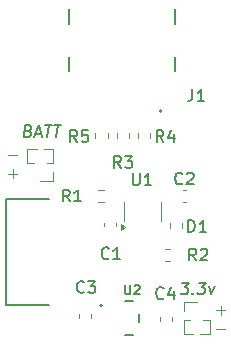
<source format=gbr>
%TF.GenerationSoftware,KiCad,Pcbnew,8.0.1*%
%TF.CreationDate,2024-04-18T20:24:50-07:00*%
%TF.ProjectId,Battery Tester,42617474-6572-4792-9054-65737465722e,rev?*%
%TF.SameCoordinates,Original*%
%TF.FileFunction,Legend,Top*%
%TF.FilePolarity,Positive*%
%FSLAX46Y46*%
G04 Gerber Fmt 4.6, Leading zero omitted, Abs format (unit mm)*
G04 Created by KiCad (PCBNEW 8.0.1) date 2024-04-18 20:24:50*
%MOMM*%
%LPD*%
G01*
G04 APERTURE LIST*
%ADD10C,0.100000*%
%ADD11C,0.150000*%
%ADD12C,0.200000*%
%ADD13C,0.127000*%
%ADD14C,0.120000*%
G04 APERTURE END LIST*
D10*
X140303884Y-102606522D02*
X141065789Y-102606522D01*
X140303884Y-104216466D02*
X141065789Y-104216466D01*
X140684836Y-104597419D02*
X140684836Y-103835514D01*
X158696115Y-117368477D02*
X157934211Y-117368477D01*
X158696115Y-115758533D02*
X157934211Y-115758533D01*
X158315163Y-115377580D02*
X158315163Y-116139485D01*
D11*
X155561905Y-109154819D02*
X155561905Y-108154819D01*
X155561905Y-108154819D02*
X155800000Y-108154819D01*
X155800000Y-108154819D02*
X155942857Y-108202438D01*
X155942857Y-108202438D02*
X156038095Y-108297676D01*
X156038095Y-108297676D02*
X156085714Y-108392914D01*
X156085714Y-108392914D02*
X156133333Y-108583390D01*
X156133333Y-108583390D02*
X156133333Y-108726247D01*
X156133333Y-108726247D02*
X156085714Y-108916723D01*
X156085714Y-108916723D02*
X156038095Y-109011961D01*
X156038095Y-109011961D02*
X155942857Y-109107200D01*
X155942857Y-109107200D02*
X155800000Y-109154819D01*
X155800000Y-109154819D02*
X155561905Y-109154819D01*
X157085714Y-109154819D02*
X156514286Y-109154819D01*
X156800000Y-109154819D02*
X156800000Y-108154819D01*
X156800000Y-108154819D02*
X156704762Y-108297676D01*
X156704762Y-108297676D02*
X156609524Y-108392914D01*
X156609524Y-108392914D02*
X156514286Y-108440533D01*
X146158333Y-101529819D02*
X145825000Y-101053628D01*
X145586905Y-101529819D02*
X145586905Y-100529819D01*
X145586905Y-100529819D02*
X145967857Y-100529819D01*
X145967857Y-100529819D02*
X146063095Y-100577438D01*
X146063095Y-100577438D02*
X146110714Y-100625057D01*
X146110714Y-100625057D02*
X146158333Y-100720295D01*
X146158333Y-100720295D02*
X146158333Y-100863152D01*
X146158333Y-100863152D02*
X146110714Y-100958390D01*
X146110714Y-100958390D02*
X146063095Y-101006009D01*
X146063095Y-101006009D02*
X145967857Y-101053628D01*
X145967857Y-101053628D02*
X145586905Y-101053628D01*
X147063095Y-100529819D02*
X146586905Y-100529819D01*
X146586905Y-100529819D02*
X146539286Y-101006009D01*
X146539286Y-101006009D02*
X146586905Y-100958390D01*
X146586905Y-100958390D02*
X146682143Y-100910771D01*
X146682143Y-100910771D02*
X146920238Y-100910771D01*
X146920238Y-100910771D02*
X147015476Y-100958390D01*
X147015476Y-100958390D02*
X147063095Y-101006009D01*
X147063095Y-101006009D02*
X147110714Y-101101247D01*
X147110714Y-101101247D02*
X147110714Y-101339342D01*
X147110714Y-101339342D02*
X147063095Y-101434580D01*
X147063095Y-101434580D02*
X147015476Y-101482200D01*
X147015476Y-101482200D02*
X146920238Y-101529819D01*
X146920238Y-101529819D02*
X146682143Y-101529819D01*
X146682143Y-101529819D02*
X146586905Y-101482200D01*
X146586905Y-101482200D02*
X146539286Y-101434580D01*
X150210476Y-113637295D02*
X150210476Y-114284914D01*
X150210476Y-114284914D02*
X150248571Y-114361104D01*
X150248571Y-114361104D02*
X150286666Y-114399200D01*
X150286666Y-114399200D02*
X150362857Y-114437295D01*
X150362857Y-114437295D02*
X150515238Y-114437295D01*
X150515238Y-114437295D02*
X150591428Y-114399200D01*
X150591428Y-114399200D02*
X150629523Y-114361104D01*
X150629523Y-114361104D02*
X150667619Y-114284914D01*
X150667619Y-114284914D02*
X150667619Y-113637295D01*
X151010475Y-113713485D02*
X151048571Y-113675390D01*
X151048571Y-113675390D02*
X151124761Y-113637295D01*
X151124761Y-113637295D02*
X151315237Y-113637295D01*
X151315237Y-113637295D02*
X151391428Y-113675390D01*
X151391428Y-113675390D02*
X151429523Y-113713485D01*
X151429523Y-113713485D02*
X151467618Y-113789676D01*
X151467618Y-113789676D02*
X151467618Y-113865866D01*
X151467618Y-113865866D02*
X151429523Y-113980152D01*
X151429523Y-113980152D02*
X150972380Y-114437295D01*
X150972380Y-114437295D02*
X151467618Y-114437295D01*
X149858333Y-103729819D02*
X149525000Y-103253628D01*
X149286905Y-103729819D02*
X149286905Y-102729819D01*
X149286905Y-102729819D02*
X149667857Y-102729819D01*
X149667857Y-102729819D02*
X149763095Y-102777438D01*
X149763095Y-102777438D02*
X149810714Y-102825057D01*
X149810714Y-102825057D02*
X149858333Y-102920295D01*
X149858333Y-102920295D02*
X149858333Y-103063152D01*
X149858333Y-103063152D02*
X149810714Y-103158390D01*
X149810714Y-103158390D02*
X149763095Y-103206009D01*
X149763095Y-103206009D02*
X149667857Y-103253628D01*
X149667857Y-103253628D02*
X149286905Y-103253628D01*
X150191667Y-102729819D02*
X150810714Y-102729819D01*
X150810714Y-102729819D02*
X150477381Y-103110771D01*
X150477381Y-103110771D02*
X150620238Y-103110771D01*
X150620238Y-103110771D02*
X150715476Y-103158390D01*
X150715476Y-103158390D02*
X150763095Y-103206009D01*
X150763095Y-103206009D02*
X150810714Y-103301247D01*
X150810714Y-103301247D02*
X150810714Y-103539342D01*
X150810714Y-103539342D02*
X150763095Y-103634580D01*
X150763095Y-103634580D02*
X150715476Y-103682200D01*
X150715476Y-103682200D02*
X150620238Y-103729819D01*
X150620238Y-103729819D02*
X150334524Y-103729819D01*
X150334524Y-103729819D02*
X150239286Y-103682200D01*
X150239286Y-103682200D02*
X150191667Y-103634580D01*
X148833333Y-111359580D02*
X148785714Y-111407200D01*
X148785714Y-111407200D02*
X148642857Y-111454819D01*
X148642857Y-111454819D02*
X148547619Y-111454819D01*
X148547619Y-111454819D02*
X148404762Y-111407200D01*
X148404762Y-111407200D02*
X148309524Y-111311961D01*
X148309524Y-111311961D02*
X148261905Y-111216723D01*
X148261905Y-111216723D02*
X148214286Y-111026247D01*
X148214286Y-111026247D02*
X148214286Y-110883390D01*
X148214286Y-110883390D02*
X148261905Y-110692914D01*
X148261905Y-110692914D02*
X148309524Y-110597676D01*
X148309524Y-110597676D02*
X148404762Y-110502438D01*
X148404762Y-110502438D02*
X148547619Y-110454819D01*
X148547619Y-110454819D02*
X148642857Y-110454819D01*
X148642857Y-110454819D02*
X148785714Y-110502438D01*
X148785714Y-110502438D02*
X148833333Y-110550057D01*
X149785714Y-111454819D02*
X149214286Y-111454819D01*
X149500000Y-111454819D02*
X149500000Y-110454819D01*
X149500000Y-110454819D02*
X149404762Y-110597676D01*
X149404762Y-110597676D02*
X149309524Y-110692914D01*
X149309524Y-110692914D02*
X149214286Y-110740533D01*
D12*
X155015476Y-113427219D02*
X155634524Y-113427219D01*
X155634524Y-113427219D02*
X155253572Y-113808171D01*
X155253572Y-113808171D02*
X155396429Y-113808171D01*
X155396429Y-113808171D02*
X155485714Y-113855790D01*
X155485714Y-113855790D02*
X155527381Y-113903409D01*
X155527381Y-113903409D02*
X155563095Y-113998647D01*
X155563095Y-113998647D02*
X155533333Y-114236742D01*
X155533333Y-114236742D02*
X155473810Y-114331980D01*
X155473810Y-114331980D02*
X155420238Y-114379600D01*
X155420238Y-114379600D02*
X155319048Y-114427219D01*
X155319048Y-114427219D02*
X155033333Y-114427219D01*
X155033333Y-114427219D02*
X154944048Y-114379600D01*
X154944048Y-114379600D02*
X154902381Y-114331980D01*
X155950000Y-114331980D02*
X155991667Y-114379600D01*
X155991667Y-114379600D02*
X155938095Y-114427219D01*
X155938095Y-114427219D02*
X155896429Y-114379600D01*
X155896429Y-114379600D02*
X155950000Y-114331980D01*
X155950000Y-114331980D02*
X155938095Y-114427219D01*
X156444047Y-113427219D02*
X157063095Y-113427219D01*
X157063095Y-113427219D02*
X156682143Y-113808171D01*
X156682143Y-113808171D02*
X156825000Y-113808171D01*
X156825000Y-113808171D02*
X156914285Y-113855790D01*
X156914285Y-113855790D02*
X156955952Y-113903409D01*
X156955952Y-113903409D02*
X156991666Y-113998647D01*
X156991666Y-113998647D02*
X156961904Y-114236742D01*
X156961904Y-114236742D02*
X156902381Y-114331980D01*
X156902381Y-114331980D02*
X156848809Y-114379600D01*
X156848809Y-114379600D02*
X156747619Y-114427219D01*
X156747619Y-114427219D02*
X156461904Y-114427219D01*
X156461904Y-114427219D02*
X156372619Y-114379600D01*
X156372619Y-114379600D02*
X156330952Y-114331980D01*
X157354762Y-113760552D02*
X157509524Y-114427219D01*
X157509524Y-114427219D02*
X157830952Y-113760552D01*
D11*
X155058333Y-105029580D02*
X155010714Y-105077200D01*
X155010714Y-105077200D02*
X154867857Y-105124819D01*
X154867857Y-105124819D02*
X154772619Y-105124819D01*
X154772619Y-105124819D02*
X154629762Y-105077200D01*
X154629762Y-105077200D02*
X154534524Y-104981961D01*
X154534524Y-104981961D02*
X154486905Y-104886723D01*
X154486905Y-104886723D02*
X154439286Y-104696247D01*
X154439286Y-104696247D02*
X154439286Y-104553390D01*
X154439286Y-104553390D02*
X154486905Y-104362914D01*
X154486905Y-104362914D02*
X154534524Y-104267676D01*
X154534524Y-104267676D02*
X154629762Y-104172438D01*
X154629762Y-104172438D02*
X154772619Y-104124819D01*
X154772619Y-104124819D02*
X154867857Y-104124819D01*
X154867857Y-104124819D02*
X155010714Y-104172438D01*
X155010714Y-104172438D02*
X155058333Y-104220057D01*
X155439286Y-104220057D02*
X155486905Y-104172438D01*
X155486905Y-104172438D02*
X155582143Y-104124819D01*
X155582143Y-104124819D02*
X155820238Y-104124819D01*
X155820238Y-104124819D02*
X155915476Y-104172438D01*
X155915476Y-104172438D02*
X155963095Y-104220057D01*
X155963095Y-104220057D02*
X156010714Y-104315295D01*
X156010714Y-104315295D02*
X156010714Y-104410533D01*
X156010714Y-104410533D02*
X155963095Y-104553390D01*
X155963095Y-104553390D02*
X155391667Y-105124819D01*
X155391667Y-105124819D02*
X156010714Y-105124819D01*
X155916666Y-97054819D02*
X155916666Y-97769104D01*
X155916666Y-97769104D02*
X155869047Y-97911961D01*
X155869047Y-97911961D02*
X155773809Y-98007200D01*
X155773809Y-98007200D02*
X155630952Y-98054819D01*
X155630952Y-98054819D02*
X155535714Y-98054819D01*
X156916666Y-98054819D02*
X156345238Y-98054819D01*
X156630952Y-98054819D02*
X156630952Y-97054819D01*
X156630952Y-97054819D02*
X156535714Y-97197676D01*
X156535714Y-97197676D02*
X156440476Y-97292914D01*
X156440476Y-97292914D02*
X156345238Y-97340533D01*
X156233333Y-111554819D02*
X155900000Y-111078628D01*
X155661905Y-111554819D02*
X155661905Y-110554819D01*
X155661905Y-110554819D02*
X156042857Y-110554819D01*
X156042857Y-110554819D02*
X156138095Y-110602438D01*
X156138095Y-110602438D02*
X156185714Y-110650057D01*
X156185714Y-110650057D02*
X156233333Y-110745295D01*
X156233333Y-110745295D02*
X156233333Y-110888152D01*
X156233333Y-110888152D02*
X156185714Y-110983390D01*
X156185714Y-110983390D02*
X156138095Y-111031009D01*
X156138095Y-111031009D02*
X156042857Y-111078628D01*
X156042857Y-111078628D02*
X155661905Y-111078628D01*
X156614286Y-110650057D02*
X156661905Y-110602438D01*
X156661905Y-110602438D02*
X156757143Y-110554819D01*
X156757143Y-110554819D02*
X156995238Y-110554819D01*
X156995238Y-110554819D02*
X157090476Y-110602438D01*
X157090476Y-110602438D02*
X157138095Y-110650057D01*
X157138095Y-110650057D02*
X157185714Y-110745295D01*
X157185714Y-110745295D02*
X157185714Y-110840533D01*
X157185714Y-110840533D02*
X157138095Y-110983390D01*
X157138095Y-110983390D02*
X156566667Y-111554819D01*
X156566667Y-111554819D02*
X157185714Y-111554819D01*
X150863095Y-104179819D02*
X150863095Y-104989342D01*
X150863095Y-104989342D02*
X150910714Y-105084580D01*
X150910714Y-105084580D02*
X150958333Y-105132200D01*
X150958333Y-105132200D02*
X151053571Y-105179819D01*
X151053571Y-105179819D02*
X151244047Y-105179819D01*
X151244047Y-105179819D02*
X151339285Y-105132200D01*
X151339285Y-105132200D02*
X151386904Y-105084580D01*
X151386904Y-105084580D02*
X151434523Y-104989342D01*
X151434523Y-104989342D02*
X151434523Y-104179819D01*
X152434523Y-105179819D02*
X151863095Y-105179819D01*
X152148809Y-105179819D02*
X152148809Y-104179819D01*
X152148809Y-104179819D02*
X152053571Y-104322676D01*
X152053571Y-104322676D02*
X151958333Y-104417914D01*
X151958333Y-104417914D02*
X151863095Y-104465533D01*
X145533333Y-106554819D02*
X145200000Y-106078628D01*
X144961905Y-106554819D02*
X144961905Y-105554819D01*
X144961905Y-105554819D02*
X145342857Y-105554819D01*
X145342857Y-105554819D02*
X145438095Y-105602438D01*
X145438095Y-105602438D02*
X145485714Y-105650057D01*
X145485714Y-105650057D02*
X145533333Y-105745295D01*
X145533333Y-105745295D02*
X145533333Y-105888152D01*
X145533333Y-105888152D02*
X145485714Y-105983390D01*
X145485714Y-105983390D02*
X145438095Y-106031009D01*
X145438095Y-106031009D02*
X145342857Y-106078628D01*
X145342857Y-106078628D02*
X144961905Y-106078628D01*
X146485714Y-106554819D02*
X145914286Y-106554819D01*
X146200000Y-106554819D02*
X146200000Y-105554819D01*
X146200000Y-105554819D02*
X146104762Y-105697676D01*
X146104762Y-105697676D02*
X146009524Y-105792914D01*
X146009524Y-105792914D02*
X145914286Y-105840533D01*
X153458333Y-101529819D02*
X153125000Y-101053628D01*
X152886905Y-101529819D02*
X152886905Y-100529819D01*
X152886905Y-100529819D02*
X153267857Y-100529819D01*
X153267857Y-100529819D02*
X153363095Y-100577438D01*
X153363095Y-100577438D02*
X153410714Y-100625057D01*
X153410714Y-100625057D02*
X153458333Y-100720295D01*
X153458333Y-100720295D02*
X153458333Y-100863152D01*
X153458333Y-100863152D02*
X153410714Y-100958390D01*
X153410714Y-100958390D02*
X153363095Y-101006009D01*
X153363095Y-101006009D02*
X153267857Y-101053628D01*
X153267857Y-101053628D02*
X152886905Y-101053628D01*
X154315476Y-100863152D02*
X154315476Y-101529819D01*
X154077381Y-100482200D02*
X153839286Y-101196485D01*
X153839286Y-101196485D02*
X154458333Y-101196485D01*
X153463333Y-114734580D02*
X153415714Y-114782200D01*
X153415714Y-114782200D02*
X153272857Y-114829819D01*
X153272857Y-114829819D02*
X153177619Y-114829819D01*
X153177619Y-114829819D02*
X153034762Y-114782200D01*
X153034762Y-114782200D02*
X152939524Y-114686961D01*
X152939524Y-114686961D02*
X152891905Y-114591723D01*
X152891905Y-114591723D02*
X152844286Y-114401247D01*
X152844286Y-114401247D02*
X152844286Y-114258390D01*
X152844286Y-114258390D02*
X152891905Y-114067914D01*
X152891905Y-114067914D02*
X152939524Y-113972676D01*
X152939524Y-113972676D02*
X153034762Y-113877438D01*
X153034762Y-113877438D02*
X153177619Y-113829819D01*
X153177619Y-113829819D02*
X153272857Y-113829819D01*
X153272857Y-113829819D02*
X153415714Y-113877438D01*
X153415714Y-113877438D02*
X153463333Y-113925057D01*
X154320476Y-114163152D02*
X154320476Y-114829819D01*
X154082381Y-113782200D02*
X153844286Y-114496485D01*
X153844286Y-114496485D02*
X154463333Y-114496485D01*
D12*
X142015476Y-100603409D02*
X142152381Y-100651028D01*
X142152381Y-100651028D02*
X142194047Y-100698647D01*
X142194047Y-100698647D02*
X142229762Y-100793885D01*
X142229762Y-100793885D02*
X142211904Y-100936742D01*
X142211904Y-100936742D02*
X142152381Y-101031980D01*
X142152381Y-101031980D02*
X142098809Y-101079600D01*
X142098809Y-101079600D02*
X141997619Y-101127219D01*
X141997619Y-101127219D02*
X141616666Y-101127219D01*
X141616666Y-101127219D02*
X141741666Y-100127219D01*
X141741666Y-100127219D02*
X142075000Y-100127219D01*
X142075000Y-100127219D02*
X142164285Y-100174838D01*
X142164285Y-100174838D02*
X142205952Y-100222457D01*
X142205952Y-100222457D02*
X142241666Y-100317695D01*
X142241666Y-100317695D02*
X142229762Y-100412933D01*
X142229762Y-100412933D02*
X142170238Y-100508171D01*
X142170238Y-100508171D02*
X142116666Y-100555790D01*
X142116666Y-100555790D02*
X142015476Y-100603409D01*
X142015476Y-100603409D02*
X141682143Y-100603409D01*
X142604762Y-100841504D02*
X143080952Y-100841504D01*
X142473809Y-101127219D02*
X142932143Y-100127219D01*
X142932143Y-100127219D02*
X143140476Y-101127219D01*
X143455952Y-100127219D02*
X144027381Y-100127219D01*
X143616667Y-101127219D02*
X143741667Y-100127219D01*
X144217857Y-100127219D02*
X144789286Y-100127219D01*
X144378572Y-101127219D02*
X144503572Y-100127219D01*
D11*
X146733333Y-114209580D02*
X146685714Y-114257200D01*
X146685714Y-114257200D02*
X146542857Y-114304819D01*
X146542857Y-114304819D02*
X146447619Y-114304819D01*
X146447619Y-114304819D02*
X146304762Y-114257200D01*
X146304762Y-114257200D02*
X146209524Y-114161961D01*
X146209524Y-114161961D02*
X146161905Y-114066723D01*
X146161905Y-114066723D02*
X146114286Y-113876247D01*
X146114286Y-113876247D02*
X146114286Y-113733390D01*
X146114286Y-113733390D02*
X146161905Y-113542914D01*
X146161905Y-113542914D02*
X146209524Y-113447676D01*
X146209524Y-113447676D02*
X146304762Y-113352438D01*
X146304762Y-113352438D02*
X146447619Y-113304819D01*
X146447619Y-113304819D02*
X146542857Y-113304819D01*
X146542857Y-113304819D02*
X146685714Y-113352438D01*
X146685714Y-113352438D02*
X146733333Y-113400057D01*
X147066667Y-113304819D02*
X147685714Y-113304819D01*
X147685714Y-113304819D02*
X147352381Y-113685771D01*
X147352381Y-113685771D02*
X147495238Y-113685771D01*
X147495238Y-113685771D02*
X147590476Y-113733390D01*
X147590476Y-113733390D02*
X147638095Y-113781009D01*
X147638095Y-113781009D02*
X147685714Y-113876247D01*
X147685714Y-113876247D02*
X147685714Y-114114342D01*
X147685714Y-114114342D02*
X147638095Y-114209580D01*
X147638095Y-114209580D02*
X147590476Y-114257200D01*
X147590476Y-114257200D02*
X147495238Y-114304819D01*
X147495238Y-114304819D02*
X147209524Y-114304819D01*
X147209524Y-114304819D02*
X147114286Y-114257200D01*
X147114286Y-114257200D02*
X147066667Y-114209580D01*
D13*
%TO.C,SW1*%
X140150000Y-106325000D02*
X140150000Y-115325000D01*
X143750000Y-106325000D02*
X140150000Y-106325000D01*
X143750000Y-115325000D02*
X140150000Y-115325000D01*
D14*
%TO.C,D1*%
X153977500Y-108837258D02*
X153977500Y-108362742D01*
X155022500Y-108837258D02*
X155022500Y-108362742D01*
%TO.C,R5*%
X147702500Y-100737742D02*
X147702500Y-101212258D01*
X148747500Y-100737742D02*
X148747500Y-101212258D01*
D13*
%TO.C,U2*%
X150245000Y-114975000D02*
X150905000Y-114975000D01*
X150905000Y-117875000D02*
X150245000Y-117875000D01*
X151375000Y-116090000D02*
X151375000Y-116760000D01*
D12*
X148265000Y-115375000D02*
G75*
G02*
X148065000Y-115375000I-100000J0D01*
G01*
X148065000Y-115375000D02*
G75*
G02*
X148265000Y-115375000I100000J0D01*
G01*
D14*
%TO.C,R3*%
X149502500Y-100737742D02*
X149502500Y-101212258D01*
X150547500Y-100737742D02*
X150547500Y-101212258D01*
%TO.C,C1*%
X148390000Y-108640580D02*
X148390000Y-108359420D01*
X149410000Y-108640580D02*
X149410000Y-108359420D01*
%TO.C,3.3v*%
X155165000Y-115090000D02*
X156275000Y-115090000D01*
X155165000Y-115850000D02*
X155165000Y-115090000D01*
X155165000Y-116610000D02*
X155165000Y-117815000D01*
X155165000Y-116610000D02*
X155711529Y-116610000D01*
X155165000Y-117815000D02*
X155967470Y-117815000D01*
X156582530Y-117815000D02*
X157385000Y-117815000D01*
X156838471Y-116610000D02*
X157385000Y-116610000D01*
X157385000Y-116610000D02*
X157385000Y-117815000D01*
%TO.C,C2*%
X155084420Y-105590000D02*
X155365580Y-105590000D01*
X155084420Y-106610000D02*
X155365580Y-106610000D01*
D12*
%TO.C,J1*%
X145480000Y-90300000D02*
X145480000Y-91580000D01*
X145480000Y-95550000D02*
X145480000Y-94300000D01*
X154420000Y-91580000D02*
X154420000Y-90300000D01*
X154420000Y-95550000D02*
X154420000Y-94300000D01*
X153300000Y-98900000D02*
G75*
G02*
X153100000Y-98900000I-100000J0D01*
G01*
X153100000Y-98900000D02*
G75*
G02*
X153300000Y-98900000I100000J0D01*
G01*
D14*
%TO.C,R2*%
X154037258Y-110577500D02*
X153562742Y-110577500D01*
X154037258Y-111622500D02*
X153562742Y-111622500D01*
%TO.C,U1*%
X150140000Y-107400000D02*
X150140000Y-106600000D01*
X150140000Y-107400000D02*
X150140000Y-108200000D01*
X153260000Y-107400000D02*
X153260000Y-106600000D01*
X153260000Y-107400000D02*
X153260000Y-108200000D01*
X150190000Y-108700000D02*
X149860000Y-108940000D01*
X149860000Y-108460000D01*
X150190000Y-108700000D01*
G36*
X150190000Y-108700000D02*
G01*
X149860000Y-108940000D01*
X149860000Y-108460000D01*
X150190000Y-108700000D01*
G37*
%TO.C,R1*%
X148412258Y-105577500D02*
X147937742Y-105577500D01*
X148412258Y-106622500D02*
X147937742Y-106622500D01*
%TO.C,R4*%
X151302500Y-100737742D02*
X151302500Y-101212258D01*
X152347500Y-100737742D02*
X152347500Y-101212258D01*
%TO.C,C4*%
X153165000Y-116384420D02*
X153165000Y-116665580D01*
X154185000Y-116384420D02*
X154185000Y-116665580D01*
%TO.C,BATT*%
X141915000Y-103340000D02*
X141915000Y-102135000D01*
X142461529Y-103340000D02*
X141915000Y-103340000D01*
X142717470Y-102135000D02*
X141915000Y-102135000D01*
X144135000Y-102135000D02*
X143332530Y-102135000D01*
X144135000Y-103340000D02*
X143588471Y-103340000D01*
X144135000Y-103340000D02*
X144135000Y-102135000D01*
X144135000Y-104100000D02*
X144135000Y-104860000D01*
X144135000Y-104860000D02*
X143025000Y-104860000D01*
%TO.C,C3*%
X146340000Y-116109420D02*
X146340000Y-116390580D01*
X147360000Y-116109420D02*
X147360000Y-116390580D01*
%TD*%
M02*

</source>
